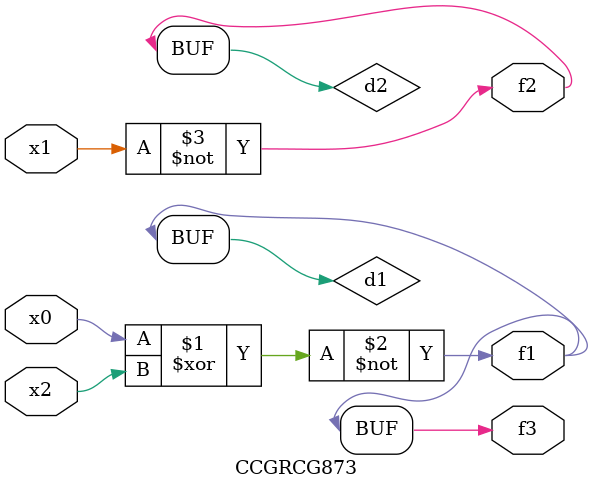
<source format=v>
module CCGRCG873(
	input x0, x1, x2,
	output f1, f2, f3
);

	wire d1, d2, d3;

	xnor (d1, x0, x2);
	nand (d2, x1);
	nor (d3, x1, x2);
	assign f1 = d1;
	assign f2 = d2;
	assign f3 = d1;
endmodule

</source>
